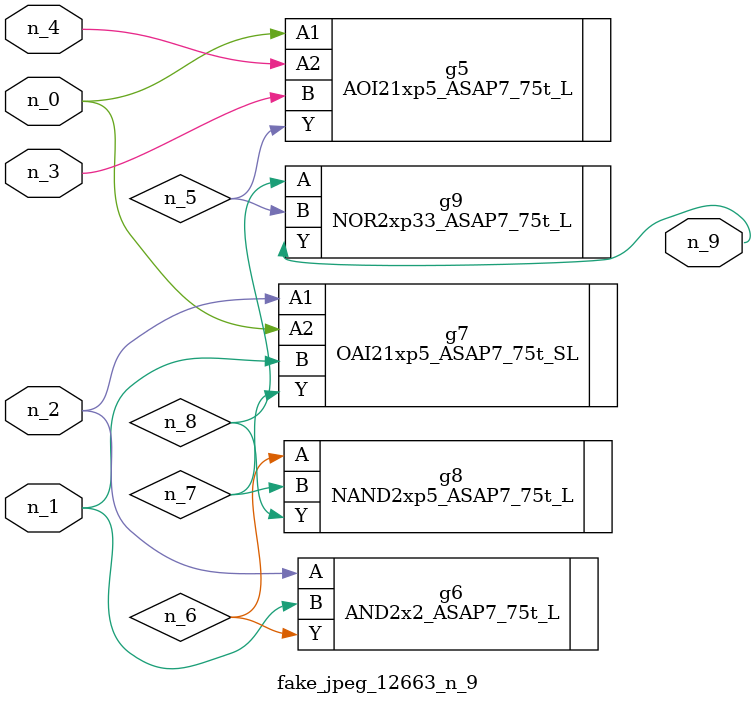
<source format=v>
module fake_jpeg_12663_n_9 (n_3, n_2, n_1, n_0, n_4, n_9);

input n_3;
input n_2;
input n_1;
input n_0;
input n_4;

output n_9;

wire n_8;
wire n_6;
wire n_5;
wire n_7;

AOI21xp5_ASAP7_75t_L g5 ( 
.A1(n_0),
.A2(n_4),
.B(n_3),
.Y(n_5)
);

AND2x2_ASAP7_75t_L g6 ( 
.A(n_2),
.B(n_1),
.Y(n_6)
);

OAI21xp5_ASAP7_75t_SL g7 ( 
.A1(n_2),
.A2(n_0),
.B(n_1),
.Y(n_7)
);

NAND2xp5_ASAP7_75t_L g8 ( 
.A(n_6),
.B(n_7),
.Y(n_8)
);

NOR2xp33_ASAP7_75t_L g9 ( 
.A(n_8),
.B(n_5),
.Y(n_9)
);


endmodule
</source>
